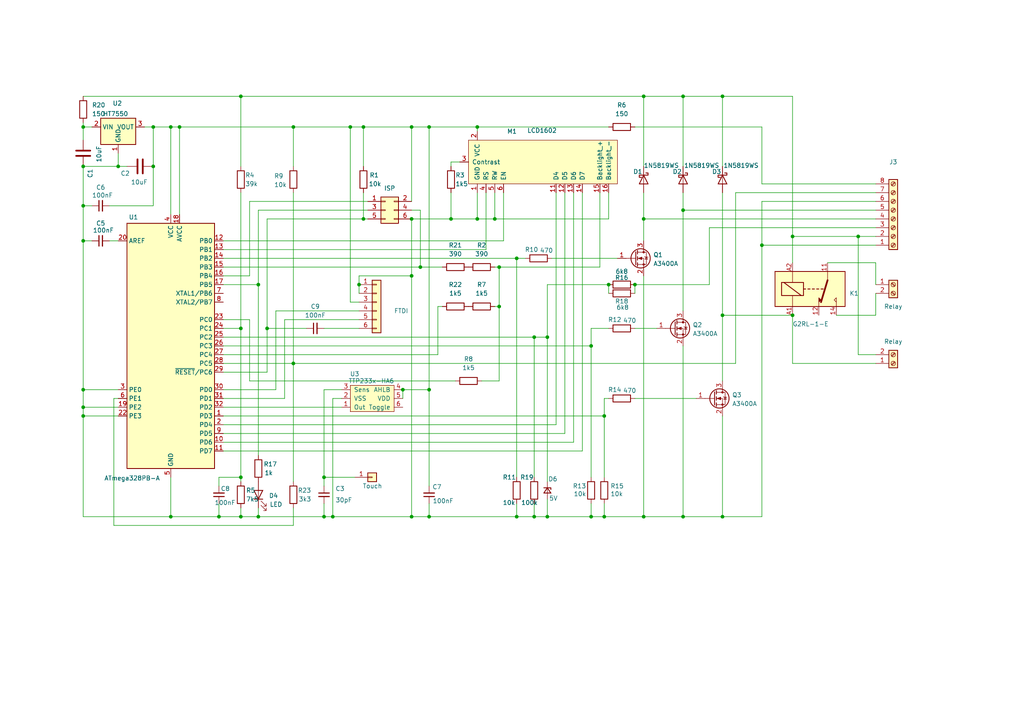
<source format=kicad_sch>
(kicad_sch (version 20231120) (generator "eeschema") (generator_version "8.0")
  (paper "A4")
  (lib_symbols
    (symbol "Connector:Screw_Terminal_01x02" (pin_names (offset 1.016) hide)
      (property "Reference" "J" (at 0 2.54 0))
      (property "Value" "Screw_Terminal_01x02" (at 0 -5.08 0))
      (symbol "Screw_Terminal_01x02_1_1"
        (rectangle (start -1.27 1.27) (end 1.27 -3.81) (stroke (width 0.254)) (fill (type background)))
        (circle (center 0 -2.54) (radius 0.635) (stroke (width 0.1524)))
        (polyline (pts (xy -0.5334 -2.2098) (xy 0.3302 -3.048)) (stroke (width 0.1524)))
        (polyline (pts (xy -0.5334 0.3302) (xy 0.3302 -0.508)) (stroke (width 0.1524)))
        (polyline (pts (xy -0.3556 -2.032) (xy 0.508 -2.8702)) (stroke (width 0.1524)))
        (polyline (pts (xy -0.3556 0.508) (xy 0.508 -0.3302)) (stroke (width 0.1524)))
        (circle (center 0 0) (radius 0.635) (stroke (width 0.1524)))
        (pin passive line (at -5.08 0 0) (length 3.81) (name "Pin_1") (number "1"))
        (pin passive line (at -5.08 -2.54 0) (length 3.81) (name "Pin_2") (number "2"))
      )
    )
    (symbol "Connector:Screw_Terminal_01x08" (pin_names (offset 1.016) hide)
      (property "Reference" "J" (at 0 10.16 0))
      (property "Value" "Screw_Terminal_01x08" (at 0 -12.7 0))
      (symbol "Screw_Terminal_01x08_1_1"
        (rectangle (start -1.27 8.89) (end 1.27 -11.43) (stroke (width 0.254)) (fill (type background)))
        (circle (center 0 -10.16) (radius 0.635) (stroke (width 0.1524)))
        (circle (center 0 -7.62) (radius 0.635) (stroke (width 0.1524)))
        (circle (center 0 -5.08) (radius 0.635) (stroke (width 0.1524)))
        (circle (center 0 -2.54) (radius 0.635) (stroke (width 0.1524)))
        (polyline (pts (xy -0.5334 -9.8298) (xy 0.3302 -10.668)) (stroke (width 0.1524)))
        (polyline (pts (xy -0.5334 -7.2898) (xy 0.3302 -8.128)) (stroke (width 0.1524)))
        (polyline (pts (xy -0.5334 -4.7498) (xy 0.3302 -5.588)) (stroke (width 0.1524)))
        (polyline (pts (xy -0.5334 -2.2098) (xy 0.3302 -3.048)) (stroke (width 0.1524)))
        (polyline (pts (xy -0.5334 0.3302) (xy 0.3302 -0.508)) (stroke (width 0.1524)))
        (polyline (pts (xy -0.5334 2.8702) (xy 0.3302 2.032)) (stroke (width 0.1524)))
        (polyline (pts (xy -0.5334 5.4102) (xy 0.3302 4.572)) (stroke (width 0.1524)))
        (polyline (pts (xy -0.5334 7.9502) (xy 0.3302 7.112)) (stroke (width 0.1524)))
        (polyline (pts (xy -0.3556 -9.652) (xy 0.508 -10.4902)) (stroke (width 0.1524)))
        (polyline (pts (xy -0.3556 -7.112) (xy 0.508 -7.9502)) (stroke (width 0.1524)))
        (polyline (pts (xy -0.3556 -4.572) (xy 0.508 -5.4102)) (stroke (width 0.1524)))
        (polyline (pts (xy -0.3556 -2.032) (xy 0.508 -2.8702)) (stroke (width 0.1524)))
        (polyline (pts (xy -0.3556 0.508) (xy 0.508 -0.3302)) (stroke (width 0.1524)))
        (polyline (pts (xy -0.3556 3.048) (xy 0.508 2.2098)) (stroke (width 0.1524)))
        (polyline (pts (xy -0.3556 5.588) (xy 0.508 4.7498)) (stroke (width 0.1524)))
        (polyline (pts (xy -0.3556 8.128) (xy 0.508 7.2898)) (stroke (width 0.1524)))
        (circle (center 0 0) (radius 0.635) (stroke (width 0.1524)))
        (circle (center 0 2.54) (radius 0.635) (stroke (width 0.1524)))
        (circle (center 0 5.08) (radius 0.635) (stroke (width 0.1524)))
        (circle (center 0 7.62) (radius 0.635) (stroke (width 0.1524)))
        (pin passive line (at -5.08 7.62 0) (length 3.81) (name "Pin_1") (number "1"))
        (pin passive line (at -5.08 5.08 0) (length 3.81) (name "Pin_2") (number "2"))
        (pin passive line (at -5.08 2.54 0) (length 3.81) (name "Pin_3") (number "3"))
        (pin passive line (at -5.08 0 0) (length 3.81) (name "Pin_4") (number "4"))
        (pin passive line (at -5.08 -2.54 0) (length 3.81) (name "Pin_5") (number "5"))
        (pin passive line (at -5.08 -5.08 0) (length 3.81) (name "Pin_6") (number "6"))
        (pin passive line (at -5.08 -7.62 0) (length 3.81) (name "Pin_7") (number "7"))
        (pin passive line (at -5.08 -10.16 0) (length 3.81) (name "Pin_8") (number "8"))
      )
    )
    (symbol "Connector_Generic:Conn_01x01" (pin_names (offset 1.016) hide)
      (property "Reference" "J" (at 0 2.54 0))
      (property "Value" "Conn_01x01" (at 0 -2.54 0))
      (symbol "Conn_01x01_1_1"
        (rectangle (start -1.27 0.127) (end 0 -0.127) (stroke (width 0.1524)))
        (rectangle (start -1.27 1.27) (end 1.27 -1.27) (stroke (width 0.254)) (fill (type background)))
        (pin passive line (at -5.08 0 0) (length 3.81) (name "Pin_1") (number "1"))
      )
    )
    (symbol "Connector_Generic:Conn_01x06" (pin_names (offset 1.016) hide)
      (property "Reference" "J" (at 0 7.62 0))
      (property "Value" "Conn_01x06" (at 0 -10.16 0))
      (symbol "Conn_01x06_1_1"
        (rectangle (start -1.27 -7.493) (end 0 -7.747) (stroke (width 0.1524)))
        (rectangle (start -1.27 -4.953) (end 0 -5.207) (stroke (width 0.1524)))
        (rectangle (start -1.27 -2.413) (end 0 -2.667) (stroke (width 0.1524)))
        (rectangle (start -1.27 0.127) (end 0 -0.127) (stroke (width 0.1524)))
        (rectangle (start -1.27 2.667) (end 0 2.413) (stroke (width 0.1524)))
        (rectangle (start -1.27 5.207) (end 0 4.953) (stroke (width 0.1524)))
        (rectangle (start -1.27 6.35) (end 1.27 -8.89) (stroke (width 0.254)) (fill (type background)))
        (pin passive line (at -5.08 5.08 0) (length 3.81) (name "Pin_1") (number "1"))
        (pin passive line (at -5.08 2.54 0) (length 3.81) (name "Pin_2") (number "2"))
        (pin passive line (at -5.08 0 0) (length 3.81) (name "Pin_3") (number "3"))
        (pin passive line (at -5.08 -2.54 0) (length 3.81) (name "Pin_4") (number "4"))
        (pin passive line (at -5.08 -5.08 0) (length 3.81) (name "Pin_5") (number "5"))
        (pin passive line (at -5.08 -7.62 0) (length 3.81) (name "Pin_6") (number "6"))
      )
    )
    (symbol "Connector_Generic:Conn_02x03_Odd_Even" (pin_names (offset 1.016) hide)
      (property "Reference" "J" (at 1.27 5.08 0))
      (property "Value" "Conn_02x03_Odd_Even" (at 1.27 -5.08 0))
      (symbol "Conn_02x03_Odd_Even_1_1"
        (rectangle (start -1.27 -2.413) (end 0 -2.667) (stroke (width 0.1524)))
        (rectangle (start -1.27 0.127) (end 0 -0.127) (stroke (width 0.1524)))
        (rectangle (start -1.27 2.667) (end 0 2.413) (stroke (width 0.1524)))
        (rectangle (start -1.27 3.81) (end 3.81 -3.81) (stroke (width 0.254)) (fill (type background)))
        (rectangle (start 3.81 -2.413) (end 2.54 -2.667) (stroke (width 0.1524)))
        (rectangle (start 3.81 0.127) (end 2.54 -0.127) (stroke (width 0.1524)))
        (rectangle (start 3.81 2.667) (end 2.54 2.413) (stroke (width 0.1524)))
        (pin passive line (at -5.08 2.54 0) (length 3.81) (name "Pin_1") (number "1"))
        (pin passive line (at 7.62 2.54 180) (length 3.81) (name "Pin_2") (number "2"))
        (pin passive line (at -5.08 0 0) (length 3.81) (name "Pin_3") (number "3"))
        (pin passive line (at 7.62 0 180) (length 3.81) (name "Pin_4") (number "4"))
        (pin passive line (at -5.08 -2.54 0) (length 3.81) (name "Pin_5") (number "5"))
        (pin passive line (at 7.62 -2.54 180) (length 3.81) (name "Pin_6") (number "6"))
      )
    )
    (symbol "Device:C" (pin_numbers hide) (pin_names (offset 0.254))
      (property "Reference" "C" (at 0.635 2.54 0))
      (property "Value" "C" (at 0.635 -2.54 0))
      (symbol "C_0_1"
        (polyline (pts (xy -2.032 -0.762) (xy 2.032 -0.762)) (stroke (width 0.508)))
        (polyline (pts (xy -2.032 0.762) (xy 2.032 0.762)) (stroke (width 0.508)))
      )
      (symbol "C_1_1"
        (pin passive line (at 0 3.81 270) (length 2.794) (name "~") (number "1"))
        (pin passive line (at 0 -3.81 90) (length 2.794) (name "~") (number "2"))
      )
    )
    (symbol "Device:C_Small" (pin_numbers hide) (pin_names (offset 0.254) hide)
      (property "Reference" "C" (at 0.254 1.778 0))
      (property "Value" "C_Small" (at 0.254 -2.032 0))
      (symbol "C_Small_0_1"
        (polyline (pts (xy -1.524 -0.508) (xy 1.524 -0.508)) (stroke (width 0.3302)))
        (polyline (pts (xy -1.524 0.508) (xy 1.524 0.508)) (stroke (width 0.3048)))
      )
      (symbol "C_Small_1_1"
        (pin passive line (at 0 2.54 270) (length 2.032) (name "~") (number "1"))
        (pin passive line (at 0 -2.54 90) (length 2.032) (name "~") (number "2"))
      )
    )
    (symbol "Device:D_Zener_Small" (pin_numbers hide) (pin_names (offset 0.254) hide)
      (property "Reference" "D" (at 0 2.286 0))
      (property "Value" "D_Zener_Small" (at 0 -2.286 0))
      (symbol "D_Zener_Small_0_1"
        (polyline (pts (xy 0.762 0) (xy -0.762 0)))
        (polyline (pts (xy -0.254 1.016) (xy -0.762 1.016) (xy -0.762 -1.016)) (stroke (width 0.254)))
        (polyline (pts (xy 0.762 1.016) (xy -0.762 0) (xy 0.762 -1.016) (xy 0.762 1.016)) (stroke (width 0.254)))
      )
      (symbol "D_Zener_Small_1_1"
        (pin passive line (at -2.54 0 0) (length 1.778) (name "K") (number "1"))
        (pin passive line (at 2.54 0 180) (length 1.778) (name "A") (number "2"))
      )
    )
    (symbol "Device:LED" (pin_numbers hide) (pin_names (offset 1.016) hide)
      (property "Reference" "D" (at 0 2.54 0))
      (property "Value" "LED" (at 0 -2.54 0))
      (symbol "LED_0_1"
        (polyline (pts (xy -1.27 -1.27) (xy -1.27 1.27)) (stroke (width 0.254)))
        (polyline (pts (xy -1.27 0) (xy 1.27 0)))
        (polyline (pts (xy 1.27 -1.27) (xy 1.27 1.27) (xy -1.27 0) (xy 1.27 -1.27)) (stroke (width 0.254)))
        (polyline (pts (xy -3.048 -0.762) (xy -4.572 -2.286) (xy -3.81 -2.286) (xy -4.572 -2.286) (xy -4.572 -1.524)))
        (polyline (pts (xy -1.778 -0.762) (xy -3.302 -2.286) (xy -2.54 -2.286) (xy -3.302 -2.286) (xy -3.302 -1.524)))
      )
      (symbol "LED_1_1"
        (pin passive line (at -3.81 0 0) (length 2.54) (name "K") (number "1"))
        (pin passive line (at 3.81 0 180) (length 2.54) (name "A") (number "2"))
      )
    )
    (symbol "Device:Q_NMOS_GSD" (pin_names (offset 0) hide)
      (property "Reference" "Q" (at 5.08 1.27 0))
      (property "Value" "Q_NMOS_GSD" (at 5.08 -1.27 0))
      (symbol "Q_NMOS_GSD_0_1"
        (polyline (pts (xy 0.254 0) (xy -2.54 0)))
        (polyline (pts (xy 0.254 1.905) (xy 0.254 -1.905)) (stroke (width 0.254)))
        (polyline (pts (xy 0.762 -1.27) (xy 0.762 -2.286)) (stroke (width 0.254)))
        (polyline (pts (xy 0.762 0.508) (xy 0.762 -0.508)) (stroke (width 0.254)))
        (polyline (pts (xy 0.762 2.286) (xy 0.762 1.27)) (stroke (width 0.254)))
        (polyline (pts (xy 2.54 2.54) (xy 2.54 1.778)))
        (polyline (pts (xy 2.54 -2.54) (xy 2.54 0) (xy 0.762 0)))
        (polyline (pts (xy 0.762 -1.778) (xy 3.302 -1.778) (xy 3.302 1.778) (xy 0.762 1.778)))
        (polyline (pts (xy 1.016 0) (xy 2.032 0.381) (xy 2.032 -0.381) (xy 1.016 0)) (fill (type outline)))
        (polyline (pts (xy 2.794 0.508) (xy 2.921 0.381) (xy 3.683 0.381) (xy 3.81 0.254)))
        (polyline (pts (xy 3.302 0.381) (xy 2.921 -0.254) (xy 3.683 -0.254) (xy 3.302 0.381)))
        (circle (center 1.651 0) (radius 2.794) (stroke (width 0.254)))
        (circle (center 2.54 -1.778) (radius 0.254) (fill (type outline)))
        (circle (center 2.54 1.778) (radius 0.254) (fill (type outline)))
      )
      (symbol "Q_NMOS_GSD_1_1"
        (pin input line (at -5.08 0 0) (length 2.54) (name "G") (number "1"))
        (pin passive line (at 2.54 -5.08 90) (length 2.54) (name "S") (number "2"))
        (pin passive line (at 2.54 5.08 270) (length 2.54) (name "D") (number "3"))
      )
    )
    (symbol "Device:R" (pin_numbers hide) (pin_names (offset 0))
      (property "Reference" "R" (at 2.032 0 90))
      (property "Value" "R" (at 0 0 90))
      (symbol "R_0_1"
        (rectangle (start -1.016 -2.54) (end 1.016 2.54) (stroke (width 0.254)))
      )
      (symbol "R_1_1"
        (pin passive line (at 0 3.81 270) (length 1.27) (name "~") (number "1"))
        (pin passive line (at 0 -3.81 90) (length 1.27) (name "~") (number "2"))
      )
    )
    (symbol "Diode:1N5819WS" (pin_numbers hide) (pin_names (offset 1.016) hide)
      (property "Reference" "D" (at 0 2.54 0))
      (property "Value" "1N5819WS" (at 0 -2.54 0))
      (symbol "1N5819WS_0_1"
        (polyline (pts (xy 1.27 0) (xy -1.27 0)))
        (polyline (pts (xy 1.27 1.27) (xy 1.27 -1.27) (xy -1.27 0) (xy 1.27 1.27)) (stroke (width 0.254)))
        (polyline (pts (xy -1.905 0.635) (xy -1.905 1.27) (xy -1.27 1.27) (xy -1.27 -1.27) (xy -0.635 -1.27) (xy -0.635 -0.635)) (stroke (width 0.254)))
      )
      (symbol "1N5819WS_1_1"
        (pin passive line (at -3.81 0 0) (length 2.54) (name "K") (number "1"))
        (pin passive line (at 3.81 0 180) (length 2.54) (name "A") (number "2"))
      )
    )
    (symbol "MCU_Microchip_ATmega:ATmega328PB-A"
      (property "Reference" "U" (at -12.7 36.83 0))
      (property "Value" "ATmega328PB-A" (at 2.54 -36.83 0))
      (symbol "ATmega328PB-A_0_1"
        (rectangle (start -12.7 -35.56) (end 12.7 35.56) (stroke (width 0.254)) (fill (type background)))
      )
      (symbol "ATmega328PB-A_1_1"
        (pin bidirectional line (at 15.24 -20.32 180) (length 2.54) (name "PD3") (number "1"))
        (pin bidirectional line (at 15.24 -27.94 180) (length 2.54) (name "PD6") (number "10"))
        (pin bidirectional line (at 15.24 -30.48 180) (length 2.54) (name "PD7") (number "11"))
        (pin bidirectional line (at 15.24 30.48 180) (length 2.54) (name "PB0") (number "12"))
        (pin bidirectional line (at 15.24 27.94 180) (length 2.54) (name "PB1") (number "13"))
        (pin bidirectional line (at 15.24 25.4 180) (length 2.54) (name "PB2") (number "14"))
        (pin bidirectional line (at 15.24 22.86 180) (length 2.54) (name "PB3") (number "15"))
        (pin bidirectional line (at 15.24 20.32 180) (length 2.54) (name "PB4") (number "16"))
        (pin bidirectional line (at 15.24 17.78 180) (length 2.54) (name "PB5") (number "17"))
        (pin power_in line (at 2.54 38.1 270) (length 2.54) (name "AVCC") (number "18"))
        (pin bidirectional line (at -15.24 -17.78 0) (length 2.54) (name "PE2") (number "19"))
        (pin bidirectional line (at 15.24 -22.86 180) (length 2.54) (name "PD4") (number "2"))
        (pin passive line (at -15.24 30.48 0) (length 2.54) (name "AREF") (number "20"))
        (pin passive line (at 0 -38.1 90) (length 2.54) hide (name "GND") (number "21"))
        (pin bidirectional line (at -15.24 -20.32 0) (length 2.54) (name "PE3") (number "22"))
        (pin bidirectional line (at 15.24 7.62 180) (length 2.54) (name "PC0") (number "23"))
        (pin bidirectional line (at 15.24 5.08 180) (length 2.54) (name "PC1") (number "24"))
        (pin bidirectional line (at 15.24 2.54 180) (length 2.54) (name "PC2") (number "25"))
        (pin bidirectional line (at 15.24 0 180) (length 2.54) (name "PC3") (number "26"))
        (pin bidirectional line (at 15.24 -2.54 180) (length 2.54) (name "PC4") (number "27"))
        (pin bidirectional line (at 15.24 -5.08 180) (length 2.54) (name "PC5") (number "28"))
        (pin bidirectional line (at 15.24 -7.62 180) (length 2.54) (name "~{RESET}/PC6") (number "29"))
        (pin bidirectional line (at -15.24 -12.7 0) (length 2.54) (name "PE0") (number "3"))
        (pin bidirectional line (at 15.24 -12.7 180) (length 2.54) (name "PD0") (number "30"))
        (pin bidirectional line (at 15.24 -15.24 180) (length 2.54) (name "PD1") (number "31"))
        (pin bidirectional line (at 15.24 -17.78 180) (length 2.54) (name "PD2") (number "32"))
        (pin power_in line (at 0 38.1 270) (length 2.54) (name "VCC") (number "4"))
        (pin power_in line (at 0 -38.1 90) (length 2.54) (name "GND") (number "5"))
        (pin bidirectional line (at -15.24 -15.24 0) (length 2.54) (name "PE1") (number "6"))
        (pin bidirectional line (at 15.24 15.24 180) (length 2.54) (name "XTAL1/PB6") (number "7"))
        (pin bidirectional line (at 15.24 12.7 180) (length 2.54) (name "XTAL2/PB7") (number "8"))
        (pin bidirectional line (at 15.24 -25.4 180) (length 2.54) (name "PD5") (number "9"))
      )
    )
    (symbol "Regulator_Linear:HT75xx-1-SOT89"
      (property "Reference" "U" (at -5.08 -3.81 0))
      (property "Value" "HT75xx-1-SOT89" (at 0 6.35 0))
      (symbol "HT75xx-1-SOT89_0_1"
        (rectangle (start -5.08 5.08) (end 5.08 -2.54) (stroke (width 0.254)) (fill (type background)))
      )
      (symbol "HT75xx-1-SOT89_1_1"
        (pin power_in line (at 0 -5.08 90) (length 2.54) (name "GND") (number "1"))
        (pin power_in line (at -7.62 2.54 0) (length 2.54) (name "VIN") (number "2"))
        (pin power_out line (at 7.62 2.54 180) (length 2.54) (name "VOUT") (number "3"))
      )
    )
    (symbol "Relay:G2RL-1-E"
      (property "Reference" "K" (at 11.43 3.81 0))
      (property "Value" "G2RL-1-E" (at 11.43 1.27 0))
      (symbol "G2RL-1-E_0_0"
        (polyline (pts (xy 7.62 5.08) (xy 7.62 2.54) (xy 6.985 3.175) (xy 7.62 3.81)))
      )
      (symbol "G2RL-1-E_0_1"
        (rectangle (start -10.16 5.08) (end 10.16 -5.08) (stroke (width 0.254)) (fill (type background)))
        (rectangle (start -8.255 1.905) (end -1.905 -1.905) (stroke (width 0.254)))
        (polyline (pts (xy -7.62 -1.905) (xy -2.54 1.905)) (stroke (width 0.254)))
        (polyline (pts (xy -5.08 -5.08) (xy -5.08 -1.905)))
        (polyline (pts (xy -5.08 5.08) (xy -5.08 1.905)))
        (polyline (pts (xy -1.905 0) (xy -1.27 0)) (stroke (width 0.254)))
        (polyline (pts (xy -0.635 0) (xy 0 0)) (stroke (width 0.254)))
        (polyline (pts (xy 0.635 0) (xy 1.27 0)) (stroke (width 0.254)))
        (polyline (pts (xy 1.905 0) (xy 2.54 0)) (stroke (width 0.254)))
        (polyline (pts (xy 3.175 0) (xy 3.81 0)) (stroke (width 0.254)))
        (polyline (pts (xy 5.08 -2.54) (xy 3.175 3.81)) (stroke (width 0.508)))
        (polyline (pts (xy 5.08 -2.54) (xy 5.08 -5.08)))
        (polyline (pts (xy 2.54 5.08) (xy 2.54 2.54) (xy 3.175 3.175) (xy 2.54 3.81)) (fill (type outline)))
      )
      (symbol "G2RL-1-E_1_1"
        (pin passive line (at 5.08 -7.62 90) (length 2.54) (name "~") (number "11"))
        (pin passive line (at 2.54 7.62 270) (length 2.54) (name "~") (number "12"))
        (pin passive line (at 7.62 7.62 270) (length 2.54) (name "~") (number "14"))
        (pin passive line (at -5.08 7.62 270) (length 2.54) (name "~") (number "A1"))
        (pin passive line (at -5.08 -7.62 90) (length 2.54) (name "~") (number "A2"))
      )
    )
    (symbol "lcd1602:LCD1602Asp-New_Library" (pin_names (offset 1.016))
      (property "Reference" "M" (at 0 -2.54 0))
      (property "Value" "New_Library_LCD1602Asp" (at 0 0 0))
      (symbol "LCD1602Asp-New_Library_0_1"
        (rectangle (start -24.13 3.81) (end 19.05 -8.89) (fill (type background)))
      )
      (symbol "LCD1602Asp-New_Library_1_1"
        (pin power_in line (at -21.59 -11.43 90) (length 2.54) (name "GND") (number "1"))
        (pin bidirectional line (at 1.27 -11.43 90) (length 2.54) (name "D4") (number "11"))
        (pin bidirectional line (at 3.81 -11.43 90) (length 2.54) (name "D5") (number "12"))
        (pin bidirectional line (at 6.35 -11.43 90) (length 2.54) (name "D6") (number "13"))
        (pin bidirectional line (at 8.89 -11.43 90) (length 2.54) (name "D7") (number "14"))
        (pin input line (at 13.97 -11.43 90) (length 2.54) (name "Backlight_+") (number "15"))
        (pin input line (at 16.51 -11.43 90) (length 2.54) (name "Backlight_-") (number "16"))
        (pin power_in line (at -21.59 6.35 270) (length 2.54) (name "VCC") (number "2"))
        (pin input line (at -26.67 -2.54 0) (length 2.54) (name "Contrast") (number "3"))
        (pin input line (at -19.05 -11.43 90) (length 2.54) (name "RS") (number "4"))
        (pin input line (at -16.51 -11.43 90) (length 2.54) (name "RW") (number "5"))
        (pin input line (at -13.97 -11.43 90) (length 2.54) (name "EN") (number "6"))
      )
    )
    (symbol "tfl_ttp233x-HA6:TTP233x-HA6-New_Library" (pin_names (offset 1.016))
      (property "Reference" "U" (at 0 7.62 0))
      (property "Value" "New_Library_TTP233x-HA6" (at 0 5.08 0))
      (symbol "TTP233x-HA6-New_Library_0_1"
        (polyline (pts (xy -6.35 3.81) (xy -6.35 -3.81) (xy 6.35 -3.81) (xy 6.35 3.81) (xy -6.35 3.81)) (fill (type background)))
      )
      (symbol "TTP233x-HA6-New_Library_1_1"
        (pin output line (at -8.89 2.54 0) (length 2.54) (name "Out") (number "1"))
        (pin power_in line (at -8.89 0 0) (length 2.54) (name "VSS") (number "2"))
        (pin input line (at -8.89 -2.54 0) (length 2.54) (name "Sens") (number "3"))
        (pin input line (at 8.89 -2.54 180) (length 2.54) (name "AHLB") (number "4"))
        (pin power_in line (at 8.89 0 180) (length 2.54) (name "VDD") (number "5"))
        (pin input line (at 8.89 2.54 180) (length 2.54) (name "Toggle") (number "6"))
      )
    )
  )
  (junction (at 44.45 36.83))
  (junction (at 176.53 82.55))
  (junction (at 229.87 68.58))
  (junction (at 124.46 113.03))
  (junction (at 124.46 149.86))
  (junction (at 24.13 118.11))
  (junction (at 220.98 71.12))
  (junction (at 154.94 149.86))
  (junction (at 121.92 77.47))
  (junction (at 24.13 113.03))
  (junction (at 209.55 149.86))
  (junction (at 101.6 36.83))
  (junction (at 209.55 27.94))
  (junction (at 144.78 88.9))
  (junction (at 171.45 100.33))
  (junction (at 119.38 36.83))
  (junction (at 138.43 63.5))
  (junction (at 49.53 149.86))
  (junction (at 105.41 36.83))
  (junction (at 24.13 59.69))
  (junction (at 93.98 149.86))
  (junction (at 171.45 149.86))
  (junction (at 24.13 69.85))
  (junction (at 229.87 91.44))
  (junction (at 93.98 138.43))
  (junction (at 49.53 36.83))
  (junction (at 198.12 149.86))
  (junction (at 52.07 36.83))
  (junction (at 149.86 149.86))
  (junction (at 186.69 149.86))
  (junction (at 186.69 27.94))
  (junction (at 74.93 149.86))
  (junction (at 143.51 63.5))
  (junction (at 24.13 36.83))
  (junction (at 85.09 105.41))
  (junction (at 119.38 149.86))
  (junction (at 198.12 27.94))
  (junction (at 63.5 149.86))
  (junction (at 119.38 63.5))
  (junction (at 96.52 149.86))
  (junction (at 34.29 48.26))
  (junction (at 184.15 82.55))
  (junction (at 149.86 74.93))
  (junction (at 119.38 80.01))
  (junction (at 69.85 95.25))
  (junction (at 69.85 138.43))
  (junction (at 209.55 91.44))
  (junction (at 85.09 36.83))
  (junction (at 154.94 97.79))
  (junction (at 24.13 48.26))
  (junction (at 104.14 82.55))
  (junction (at 130.81 63.5))
  (junction (at 138.43 36.83))
  (junction (at 158.75 149.86))
  (junction (at 77.47 95.25))
  (junction (at 158.75 97.79))
  (junction (at 69.85 149.86))
  (junction (at 124.46 36.83))
  (junction (at 186.69 63.5))
  (junction (at 144.78 77.47))
  (junction (at 24.13 120.65))
  (junction (at 175.26 149.86))
  (junction (at 74.93 82.55))
  (junction (at 248.92 68.58))
  (junction (at 116.84 113.03))
  (junction (at 69.85 27.94))
  (junction (at 198.12 60.96))
  (junction (at 105.41 63.5))
  (junction (at 44.45 48.26))
  (junction (at 175.26 120.65))
  (wire (pts (xy 93.98 138.43) (xy 93.98 140.97)))
  (wire (pts (xy 254 91.44) (xy 242.57 91.44)))
  (wire (pts (xy 72.39 110.49) (xy 132.08 110.49)))
  (wire (pts (xy 229.87 105.41) (xy 229.87 91.44)))
  (wire (pts (xy 64.77 92.71) (xy 72.39 92.71)))
  (wire (pts (xy 116.84 113.03) (xy 124.46 113.03)))
  (wire (pts (xy 64.77 125.73) (xy 163.83 125.73)))
  (wire (pts (xy 24.13 36.83) (xy 26.67 36.83)))
  (wire (pts (xy 184.15 95.25) (xy 190.5 95.25)))
  (wire (pts (xy 171.45 100.33) (xy 171.45 138.43)))
  (wire (pts (xy 119.38 80.01) (xy 119.38 149.86)))
  (wire (pts (xy 119.38 58.42) (xy 119.38 36.83)))
  (wire (pts (xy 69.85 147.32) (xy 69.85 149.86)))
  (wire (pts (xy 254 55.88) (xy 213.36 55.88)))
  (wire (pts (xy 74.93 82.55) (xy 64.77 82.55)))
  (wire (pts (xy 44.45 36.83) (xy 49.53 36.83)))
  (wire (pts (xy 64.77 105.41) (xy 85.09 105.41)))
  (wire (pts (xy 85.09 105.41) (xy 213.36 105.41)))
  (wire (pts (xy 24.13 48.26) (xy 34.29 48.26)))
  (wire (pts (xy 209.55 149.86) (xy 198.12 149.86)))
  (wire (pts (xy 248.92 102.87) (xy 248.92 68.58)))
  (wire (pts (xy 64.77 97.79) (xy 154.94 97.79)))
  (wire (pts (xy 209.55 120.65) (xy 209.55 149.86)))
  (wire (pts (xy 116.84 113.03) (xy 116.84 115.57)))
  (wire (pts (xy 124.46 149.86) (xy 149.86 149.86)))
  (wire (pts (xy 24.13 69.85) (xy 24.13 113.03)))
  (wire (pts (xy 184.15 36.83) (xy 220.98 36.83)))
  (wire (pts (xy 144.78 88.9) (xy 144.78 77.47)))
  (wire (pts (xy 198.12 27.94) (xy 186.69 27.94)))
  (wire (pts (xy 74.93 147.32) (xy 74.93 149.86)))
  (wire (pts (xy 184.15 82.55) (xy 184.15 85.09)))
  (wire (pts (xy 101.6 36.83) (xy 105.41 36.83)))
  (wire (pts (xy 33.02 115.57) (xy 33.02 152.4)))
  (wire (pts (xy 64.77 80.01) (xy 72.39 80.01)))
  (wire (pts (xy 69.85 95.25) (xy 64.77 95.25)))
  (wire (pts (xy 176.53 63.5) (xy 176.53 55.88)))
  (wire (pts (xy 186.69 55.88) (xy 186.69 63.5)))
  (wire (pts (xy 198.12 149.86) (xy 186.69 149.86)))
  (wire (pts (xy 77.47 95.25) (xy 88.9 95.25)))
  (wire (pts (xy 101.6 87.63) (xy 101.6 36.83)))
  (wire (pts (xy 119.38 60.96) (xy 121.92 60.96)))
  (wire (pts (xy 229.87 91.44) (xy 209.55 91.44)))
  (wire (pts (xy 186.69 63.5) (xy 186.69 69.85)))
  (wire (pts (xy 105.41 36.83) (xy 119.38 36.83)))
  (wire (pts (xy 130.81 55.88) (xy 130.81 63.5)))
  (wire (pts (xy 198.12 60.96) (xy 254 60.96)))
  (wire (pts (xy 72.39 92.71) (xy 72.39 110.49)))
  (wire (pts (xy 80.01 113.03) (xy 80.01 90.17)))
  (wire (pts (xy 24.13 149.86) (xy 49.53 149.86)))
  (wire (pts (xy 220.98 58.42) (xy 220.98 71.12)))
  (wire (pts (xy 240.03 76.2) (xy 254 76.2)))
  (wire (pts (xy 158.75 97.79) (xy 158.75 82.55)))
  (wire (pts (xy 64.77 77.47) (xy 121.92 77.47)))
  (wire (pts (xy 175.26 120.65) (xy 175.26 138.43)))
  (wire (pts (xy 209.55 149.86) (xy 220.98 149.86)))
  (wire (pts (xy 64.77 107.95) (xy 77.47 107.95)))
  (wire (pts (xy 104.14 82.55) (xy 104.14 80.01)))
  (wire (pts (xy 85.09 48.26) (xy 85.09 36.83)))
  (wire (pts (xy 119.38 63.5) (xy 119.38 80.01)))
  (wire (pts (xy 138.43 36.83) (xy 138.43 38.1)))
  (wire (pts (xy 52.07 36.83) (xy 85.09 36.83)))
  (wire (pts (xy 209.55 91.44) (xy 209.55 110.49)))
  (wire (pts (xy 74.93 149.86) (xy 93.98 149.86)))
  (wire (pts (xy 133.35 46.99) (xy 130.81 46.99)))
  (wire (pts (xy 209.55 27.94) (xy 198.12 27.94)))
  (wire (pts (xy 49.53 149.86) (xy 49.53 138.43)))
  (wire (pts (xy 209.55 48.26) (xy 209.55 27.94)))
  (wire (pts (xy 24.13 69.85) (xy 26.67 69.85)))
  (wire (pts (xy 49.53 149.86) (xy 63.5 149.86)))
  (wire (pts (xy 124.46 36.83) (xy 138.43 36.83)))
  (wire (pts (xy 154.94 97.79) (xy 158.75 97.79)))
  (wire (pts (xy 144.78 88.9) (xy 144.78 110.49)))
  (wire (pts (xy 34.29 48.26) (xy 36.83 48.26)))
  (wire (pts (xy 24.13 118.11) (xy 24.13 120.65)))
  (wire (pts (xy 154.94 97.79) (xy 154.94 138.43)))
  (wire (pts (xy 254 102.87) (xy 248.92 102.87)))
  (wire (pts (xy 24.13 40.64) (xy 24.13 36.83)))
  (wire (pts (xy 104.14 82.55) (xy 104.14 85.09)))
  (wire (pts (xy 69.85 55.88) (xy 69.85 95.25)))
  (wire (pts (xy 24.13 59.69) (xy 26.67 59.69)))
  (wire (pts (xy 119.38 149.86) (xy 124.46 149.86)))
  (wire (pts (xy 64.77 113.03) (xy 80.01 113.03)))
  (wire (pts (xy 144.78 77.47) (xy 173.99 77.47)))
  (wire (pts (xy 220.98 36.83) (xy 220.98 53.34)))
  (wire (pts (xy 171.45 95.25) (xy 171.45 100.33)))
  (wire (pts (xy 149.86 74.93) (xy 149.86 138.43)))
  (wire (pts (xy 63.5 140.97) (xy 63.5 138.43)))
  (wire (pts (xy 104.14 87.63) (xy 101.6 87.63)))
  (wire (pts (xy 127 88.9) (xy 128.27 88.9)))
  (wire (pts (xy 69.85 27.94) (xy 69.85 48.26)))
  (wire (pts (xy 24.13 27.94) (xy 69.85 27.94)))
  (wire (pts (xy 209.55 55.88) (xy 209.55 91.44)))
  (wire (pts (xy 168.91 130.81) (xy 168.91 55.88)))
  (wire (pts (xy 74.93 82.55) (xy 74.93 132.08)))
  (wire (pts (xy 176.53 82.55) (xy 176.53 85.09)))
  (wire (pts (xy 171.45 149.86) (xy 158.75 149.86)))
  (wire (pts (xy 64.77 72.39) (xy 140.97 72.39)))
  (wire (pts (xy 124.46 36.83) (xy 124.46 113.03)))
  (wire (pts (xy 213.36 105.41) (xy 213.36 55.88)))
  (wire (pts (xy 82.55 115.57) (xy 82.55 92.71)))
  (wire (pts (xy 64.77 115.57) (xy 82.55 115.57)))
  (wire (pts (xy 82.55 92.71) (xy 104.14 92.71)))
  (wire (pts (xy 254 66.04) (xy 205.74 66.04)))
  (wire (pts (xy 124.46 146.05) (xy 124.46 149.86)))
  (wire (pts (xy 85.09 36.83) (xy 101.6 36.83)))
  (wire (pts (xy 64.77 130.81) (xy 168.91 130.81)))
  (wire (pts (xy 63.5 138.43) (xy 69.85 138.43)))
  (wire (pts (xy 154.94 149.86) (xy 149.86 149.86)))
  (wire (pts (xy 69.85 149.86) (xy 74.93 149.86)))
  (wire (pts (xy 166.37 128.27) (xy 166.37 55.88)))
  (wire (pts (xy 119.38 36.83) (xy 124.46 36.83)))
  (wire (pts (xy 24.13 59.69) (xy 24.13 69.85)))
  (wire (pts (xy 52.07 36.83) (xy 52.07 62.23)))
  (wire (pts (xy 127 88.9) (xy 127 102.87)))
  (wire (pts (xy 175.26 115.57) (xy 175.26 120.65)))
  (wire (pts (xy 63.5 146.05) (xy 63.5 149.86)))
  (wire (pts (xy 154.94 146.05) (xy 154.94 149.86)))
  (wire (pts (xy 64.77 120.65) (xy 175.26 120.65)))
  (wire (pts (xy 149.86 74.93) (xy 152.4 74.93)))
  (wire (pts (xy 69.85 27.94) (xy 186.69 27.94)))
  (wire (pts (xy 198.12 48.26) (xy 198.12 27.94)))
  (wire (pts (xy 121.92 60.96) (xy 121.92 77.47)))
  (wire (pts (xy 158.75 144.78) (xy 158.75 149.86)))
  (wire (pts (xy 124.46 113.03) (xy 124.46 140.97)))
  (wire (pts (xy 198.12 60.96) (xy 198.12 90.17)))
  (wire (pts (xy 186.69 80.01) (xy 186.69 149.86)))
  (wire (pts (xy 229.87 68.58) (xy 229.87 27.94)))
  (wire (pts (xy 33.02 152.4) (xy 85.09 152.4)))
  (wire (pts (xy 34.29 44.45) (xy 34.29 48.26)))
  (wire (pts (xy 143.51 55.88) (xy 143.51 63.5)))
  (wire (pts (xy 24.13 113.03) (xy 34.29 113.03)))
  (wire (pts (xy 24.13 120.65) (xy 34.29 120.65)))
  (wire (pts (xy 24.13 113.03) (xy 24.13 118.11)))
  (wire (pts (xy 93.98 149.86) (xy 96.52 149.86)))
  (wire (pts (xy 254 76.2) (xy 254 82.55)))
  (wire (pts (xy 198.12 55.88) (xy 198.12 60.96)))
  (wire (pts (xy 175.26 149.86) (xy 171.45 149.86)))
  (wire (pts (xy 173.99 55.88) (xy 173.99 77.47)))
  (wire (pts (xy 24.13 48.26) (xy 24.13 59.69)))
  (wire (pts (xy 254 105.41) (xy 229.87 105.41)))
  (wire (pts (xy 34.29 115.57) (xy 33.02 115.57)))
  (wire (pts (xy 96.52 149.86) (xy 119.38 149.86)))
  (wire (pts (xy 85.09 147.32) (xy 85.09 152.4)))
  (wire (pts (xy 175.26 146.05) (xy 175.26 149.86)))
  (wire (pts (xy 77.47 95.25) (xy 77.47 107.95)))
  (wire (pts (xy 149.86 146.05) (xy 149.86 149.86)))
  (wire (pts (xy 93.98 113.03) (xy 99.06 113.03)))
  (wire (pts (xy 44.45 48.26) (xy 44.45 59.69)))
  (wire (pts (xy 176.53 36.83) (xy 138.43 36.83)))
  (wire (pts (xy 106.68 60.96) (xy 74.93 60.96)))
  (wire (pts (xy 121.92 77.47) (xy 128.27 77.47)))
  (wire (pts (xy 106.68 63.5) (xy 105.41 63.5)))
  (wire (pts (xy 175.26 115.57) (xy 176.53 115.57)))
  (wire (pts (xy 64.77 123.19) (xy 161.29 123.19)))
  (wire (pts (xy 96.52 115.57) (xy 96.52 149.86)))
  (wire (pts (xy 163.83 125.73) (xy 163.83 55.88)))
  (wire (pts (xy 93.98 146.05) (xy 93.98 149.86)))
  (wire (pts (xy 69.85 95.25) (xy 69.85 138.43)))
  (wire (pts (xy 171.45 146.05) (xy 171.45 149.86)))
  (wire (pts (xy 184.15 115.57) (xy 201.93 115.57)))
  (wire (pts (xy 186.69 63.5) (xy 254 63.5)))
  (wire (pts (xy 72.39 58.42) (xy 106.68 58.42)))
  (wire (pts (xy 24.13 35.56) (xy 24.13 36.83)))
  (wire (pts (xy 119.38 63.5) (xy 130.81 63.5)))
  (wire (pts (xy 49.53 36.83) (xy 52.07 36.83)))
  (wire (pts (xy 24.13 118.11) (xy 34.29 118.11)))
  (wire (pts (xy 31.75 59.69) (xy 44.45 59.69)))
  (wire (pts (xy 220.98 71.12) (xy 220.98 149.86)))
  (wire (pts (xy 209.55 27.94) (xy 229.87 27.94)))
  (wire (pts (xy 171.45 95.25) (xy 176.53 95.25)))
  (wire (pts (xy 158.75 149.86) (xy 154.94 149.86)))
  (wire (pts (xy 104.14 80.01) (xy 119.38 80.01)))
  (wire (pts (xy 85.09 105.41) (xy 85.09 139.7)))
  (wire (pts (xy 85.09 55.88) (xy 85.09 105.41)))
  (wire (pts (xy 229.87 76.2) (xy 229.87 68.58)))
  (wire (pts (xy 77.47 63.5) (xy 77.47 95.25)))
  (wire (pts (xy 158.75 82.55) (xy 176.53 82.55)))
  (wire (pts (xy 64.77 118.11) (xy 99.06 118.11)))
  (wire (pts (xy 254 58.42) (xy 220.98 58.42)))
  (wire (pts (xy 138.43 63.5) (xy 143.51 63.5)))
  (wire (pts (xy 49.53 36.83) (xy 49.53 62.23)))
  (wire (pts (xy 105.41 36.83) (xy 105.41 48.26)))
  (wire (pts (xy 80.01 90.17) (xy 104.14 90.17)))
  (wire (pts (xy 74.93 60.96) (xy 74.93 82.55)))
  (wire (pts (xy 254 85.09) (xy 254 91.44)))
  (wire (pts (xy 143.51 63.5) (xy 176.53 63.5)))
  (wire (pts (xy 205.74 66.04) (xy 205.74 82.55)))
  (wire (pts (xy 160.02 74.93) (xy 179.07 74.93)))
  (wire (pts (xy 44.45 36.83) (xy 41.91 36.83)))
  (wire (pts (xy 143.51 88.9) (xy 144.78 88.9)))
  (wire (pts (xy 31.75 69.85) (xy 34.29 69.85)))
  (wire (pts (xy 130.81 46.99) (xy 130.81 48.26)))
  (wire (pts (xy 186.69 149.86) (xy 175.26 149.86)))
  (wire (pts (xy 44.45 36.83) (xy 44.45 48.26)))
  (wire (pts (xy 248.92 68.58) (xy 254 68.58)))
  (wire (pts (xy 99.06 115.57) (xy 96.52 115.57)))
  (wire (pts (xy 140.97 72.39) (xy 140.97 55.88)))
  (wire (pts (xy 130.81 63.5) (xy 138.43 63.5)))
  (wire (pts (xy 64.77 74.93) (xy 149.86 74.93)))
  (wire (pts (xy 64.77 69.85) (xy 146.05 69.85)))
  (wire (pts (xy 146.05 69.85) (xy 146.05 55.88)))
  (wire (pts (xy 69.85 138.43) (xy 69.85 139.7)))
  (wire (pts (xy 186.69 48.26) (xy 186.69 27.94)))
  (wire (pts (xy 72.39 58.42) (xy 72.39 80.01)))
  (wire (pts (xy 158.75 97.79) (xy 158.75 139.7)))
  (wire (pts (xy 161.29 55.88) (xy 161.29 123.19)))
  (wire (pts (xy 138.43 55.88) (xy 138.43 63.5)))
  (wire (pts (xy 254 53.34) (xy 220.98 53.34)))
  (wire (pts (xy 143.51 77.47) (xy 144.78 77.47)))
  (wire (pts (xy 220.98 71.12) (xy 254 71.12)))
  (wire (pts (xy 63.5 149.86) (xy 69.85 149.86)))
  (wire (pts (xy 198.12 100.33) (xy 198.12 149.86)))
  (wire (pts (xy 139.7 110.49) (xy 144.78 110.49)))
  (wire (pts (xy 93.98 95.25) (xy 104.14 95.25)))
  (wire (pts (xy 184.15 82.55) (xy 205.74 82.55)))
  (wire (pts (xy 64.77 128.27) (xy 166.37 128.27)))
  (wire (pts (xy 229.87 68.58) (xy 248.92 68.58)))
  (wire (pts (xy 77.47 63.5) (xy 105.41 63.5)))
  (wire (pts (xy 64.77 102.87) (xy 127 102.87)))
  (wire (pts (xy 93.98 113.03) (xy 93.98 138.43)))
  (wire (pts (xy 24.13 120.65) (xy 24.13 149.86)))
  (wire (pts (xy 64.77 100.33) (xy 171.45 100.33)))
  (wire (pts (xy 93.98 138.43) (xy 102.87 138.43)))
  (wire (pts (xy 105.41 55.88) (xy 105.41 63.5)))
  (symbol (lib_id "Device:C") (at 40.64 48.26 90) (unit 1)
    (property "Reference" "C2" (at 36.322 50.292 90))
    (property "Value" "10uF" (at 40.386 52.832 90))
    (property "Footprint" "Capacitor_SMD:C_0603_1608Metric" (effects (hide yes)))
    (property "Description" "Unpolarized capacitor" (effects (hide yes)))
    (property "LCSC" "C19702" (effects (hide yes)))
  )
  (symbol (lib_id "Connector:Screw_Terminal_01x02") (at 259.08 82.55 0) (unit 1) (in_bom no)
    (property "Reference" "J4" (effects (hide yes)))
    (property "Value" "Relay" (at 259.08 88.9 0))
    (property "Footprint" "TerminalBlock_Phoenix:TerminalBlock_Phoenix_MKDS-1,5-2_1x02_P5.00mm_Horizontal" (effects (hide yes)))
    (property "Description" "Generic screw terminal, single row, 01x02, script generated (kicad-library-utils/schlib/autogen/connector/)" (effects (hide yes)))
  )
  (symbol (lib_id "Regulator_Linear:HT75xx-1-SOT89") (at 34.29 39.37 0) (unit 1)
    (property "Reference" "U2" (at 34.036 29.972 0))
    (property "Value" "HT7550" (at 33.528 33.02 0))
    (property "Footprint" "Package_TO_SOT_SMD:SOT-89-3" (effects (hide yes)))
    (property "Datasheet" "https://www.holtek.com/documents/10179/116711/HT75xx-1v250.pdf" (effects (hide yes)))
    (property "Description" "100mA Low Dropout Voltage Regulator, Fixed Output, SOT89" (effects (hide yes)))
    (property "LCSC" "C16106" (effects (hide yes)))
  )
  (symbol (lib_id "Device:R") (at 156.21 74.93 90) (unit 1)
    (property "Reference" "R10" (at 154.178 72.39 90))
    (property "Value" "470" (at 158.496 72.644 90))
    (property "Footprint" "Resistor_SMD:R_0603_1608Metric" (effects (hide yes)))
    (property "Description" "Resistor" (effects (hide yes)))
    (property "LCSC" "C23179" (effects (hide yes)))
  )
  (symbol (lib_id "Diode:1N5819WS") (at 209.55 52.07 270) (unit 1)
    (property "Reference" "D3" (at 206.502 49.784 90) (effects (justify left)))
    (property "Value" "1N5819WS" (at 209.804 48.006 90) (effects (justify left)))
    (property "Footprint" "Diode_SMD:D_SOD-323" (effects (hide yes)))
    (property "Datasheet" "https://datasheet.lcsc.com/lcsc/2204281430_Guangdong-Hottech-1N5819WS_C191023.pdf" (effects (hide yes)))
    (property "Description" "40V 600mV@1A 1A SOD-323 Schottky Barrier Diodes, SOD-323" (effects (hide yes)))
    (property "LCSC" "C191023" (effects (hide yes)))
  )
  (symbol (lib_id "Device:R") (at 69.85 143.51 0) (unit 1)
    (property "Reference" "R5" (at 71.374 142.24 0) (effects (justify left)))
    (property "Value" "7k5" (at 71.374 144.78 0) (effects (justify left)))
    (property "Footprint" "Resistor_SMD:R_0603_1608Metric" (effects (hide yes)))
    (property "Description" "Resistor" (effects (hide yes)))
    (property "LCSC" "C23234" (effects (hide yes)))
  )
  (symbol (lib_id "Device:R") (at 154.94 142.24 0) (unit 1)
    (property "Reference" "R19" (at 150.876 138.43 0) (effects (justify left)))
    (property "Value" "100k" (at 151.13 145.796 0) (effects (justify left)))
    (property "Footprint" "Resistor_SMD:R_0603_1608Metric" (effects (hide yes)))
    (property "Description" "Resistor" (effects (hide yes)))
    (property "LCSC" "C25803" (effects (hide yes)))
  )
  (symbol (lib_id "Device:LED") (at 74.93 143.51 90) (unit 1) (in_bom no)
    (property "Reference" "D4" (at 77.978 143.764 90) (effects (justify right)))
    (property "Value" "LED" (at 78.232 146.304 90) (effects (justify right)))
    (property "Footprint" "LED_THT:LED_D3.0mm" (effects (hide yes)))
    (property "Description" "Light emitting diode" (effects (hide yes)))
  )
  (symbol (lib_id "Device:R") (at 171.45 142.24 0) (unit 1)
    (property "Reference" "R13" (at 166.116 140.97 0) (effects (justify left)))
    (property "Value" "10k" (at 166.37 143.256 0) (effects (justify left)))
    (property "Footprint" "Resistor_SMD:R_0603_1608Metric" (effects (hide yes)))
    (property "Description" "Resistor" (effects (hide yes)))
    (property "LCSC" "C25804" (effects (hide yes)))
  )
  (symbol (lib_id "Device:C_Small") (at 93.98 143.51 0) (unit 1)
    (property "Reference" "C3" (at 97.282 141.732 0) (effects (justify left)))
    (property "Value" "30pF" (at 97.282 145.034 0) (effects (justify left)))
    (property "Footprint" "Capacitor_SMD:C_0603_1608Metric" (effects (hide yes)))
    (property "Description" "Unpolarized capacitor, small symbol" (effects (hide yes)))
    (property "LCSC" "C1658" (effects (hide yes)))
  )
  (symbol (lib_id "Connector_Generic:Conn_02x03_Odd_Even") (at 111.76 60.96 0) (unit 1) (in_bom no)
    (property "Reference" "J1" (effects (hide yes)))
    (property "Value" "ISP" (at 113.03 54.61 0))
    (property "Footprint" "Connector_PinHeader_2.54mm:PinHeader_2x03_P2.54mm_Vertical" (effects (hide yes)))
    (property "Description" "Generic connector, double row, 02x03, odd/even pin numbering scheme (row 1 odd numbers, row 2 even numbers), script generated (kicad-library-utils/schlib/autogen/connector/)" (effects (hide yes)))
  )
  (symbol (lib_id "Device:R") (at 24.13 31.75 180) (unit 1)
    (property "Reference" "R20" (at 26.67 30.4799 0) (effects (justify right)))
    (property "Value" "150" (at 26.67 33.0199 0) (effects (justify right)))
    (property "Footprint" "Resistor_SMD:R_0805_2012Metric" (effects (hide yes)))
    (property "Description" "Resistor" (effects (hide yes)))
    (property "LCSC" "C17471" (effects (hide yes)))
  )
  (symbol (lib_id "Diode:1N5819WS") (at 186.69 52.07 270) (unit 1)
    (property "Reference" "D1" (at 183.642 49.784 90) (effects (justify left)))
    (property "Value" "1N5819WS" (at 186.69 48.006 90) (effects (justify left)))
    (property "Footprint" "Diode_SMD:D_SOD-323" (effects (hide yes)))
    (property "Datasheet" "https://datasheet.lcsc.com/lcsc/2204281430_Guangdong-Hottech-1N5819WS_C191023.pdf" (effects (hide yes)))
    (property "Description" "40V 600mV@1A 1A SOD-323 Schottky Barrier Diodes, SOD-323" (effects (hide yes)))
    (property "LCSC" "C191023" (effects (hide yes)))
  )
  (symbol (lib_id "Connector:Screw_Terminal_01x02") (at 259.08 105.41 0) (mirror x) (unit 1) (in_bom no)
    (property "Reference" "J6" (effects (hide yes)))
    (property "Value" "Relay" (at 259.08 99.06 0))
    (property "Footprint" "TerminalBlock_Phoenix:TerminalBlock_Phoenix_MKDS-1,5-2_1x02_P5.00mm_Horizontal" (effects (hide yes)))
    (property "Description" "Generic screw terminal, single row, 01x02, script generated (kicad-library-utils/schlib/autogen/connector/)" (effects (hide yes)))
  )
  (symbol (lib_id "Device:R") (at 149.86 142.24 0) (unit 1)
    (property "Reference" "R11" (at 145.796 138.43 0) (effects (justify left)))
    (property "Value" "10k" (at 145.796 145.796 0) (effects (justify left)))
    (property "Footprint" "Resistor_SMD:R_0603_1608Metric" (effects (hide yes)))
    (property "Description" "Resistor" (effects (hide yes)))
    (property "LCSC" "C25804" (effects (hide yes)))
  )
  (symbol (lib_id "Device:C_Small") (at 29.21 69.85 90) (unit 1)
    (property "Reference" "C5" (at 29.21 64.77 90))
    (property "Value" "100nF" (at 29.972 66.802 90))
    (property "Footprint" "Capacitor_SMD:C_0603_1608Metric" (effects (hide yes)))
    (property "Description" "Unpolarized capacitor, small symbol" (effects (hide yes)))
    (property "LCSC" "C14663" (effects (hide yes)))
  )
  (symbol (lib_id "Relay:G2RL-1-E") (at 234.95 83.82 0) (mirror x) (unit 1) (in_bom no)
    (property "Reference" "K1" (at 246.38 85.0901 0) (effects (justify left)))
    (property "Value" "G2RL-1-E" (at 229.87 93.98 0) (effects (justify left)))
    (property "Footprint" "Relay_THT:Relay_SPDT_Omron_G2RL-1-E" (effects (hide yes)))
    (property "Datasheet" "https://omronfs.omron.com/en_US/ecb/products/pdf/en-g2rl.pdf" (effects (hide yes)))
    (property "Description" "General Purpose Low Profile Relay SPDT Through Hole High Capacity, Omron G2RL series, 16A 250VAC" (effects (hide yes)))
  )
  (symbol (lib_id "Device:R") (at 74.93 135.89 0) (unit 1)
    (property "Reference" "R17" (at 76.454 134.62 0) (effects (justify left)))
    (property "Value" "1k" (at 76.708 137.16 0) (effects (justify left)))
    (property "Footprint" "Resistor_SMD:R_0603_1608Metric" (effects (hide yes)))
    (property "Description" "Resistor" (effects (hide yes)))
    (property "LCSC" "C21190" (effects (hide yes)))
  )
  (symbol (lib_id "Device:C") (at 24.13 44.45 180) (unit 1)
    (property "Reference" "C1" (at 26.162 50.292 90))
    (property "Value" "10uF" (at 28.702 44.704 90))
    (property "Footprint" "Capacitor_SMD:C_0805_2012Metric" (effects (hide yes)))
    (property "Description" "Unpolarized capacitor" (effects (hide yes)))
    (property "LCSC" "C440198" (effects (hide yes)))
  )
  (symbol (lib_id "Device:R") (at 180.34 82.55 90) (unit 1)
    (property "Reference" "R16" (at 180.34 80.518 90))
    (property "Value" "6k8" (at 180.34 78.74 90))
    (property "Footprint" "Resistor_SMD:R_0603_1608Metric" (effects (hide yes)))
    (property "Description" "Resistor" (effects (hide yes)))
    (property "LCSC" "C23212" (effects (hide yes)))
  )
  (symbol (lib_id "Device:R") (at 180.34 85.09 90) (unit 1)
    (property "Reference" "R18" (at 180.34 87.376 90))
    (property "Value" "6k8" (at 180.594 89.154 90))
    (property "Footprint" "Resistor_SMD:R_0603_1608Metric" (effects (hide yes)))
    (property "Description" "Resistor" (effects (hide yes)))
    (property "LCSC" "C23212" (effects (hide yes)))
  )
  (symbol (lib_id "Device:R") (at 139.7 77.47 270) (unit 1)
    (property "Reference" "R2" (at 139.7 71.12 90))
    (property "Value" "390" (at 139.7 73.66 90))
    (property "Footprint" "Resistor_SMD:R_0603_1608Metric" (effects (hide yes)))
    (property "Description" "Resistor" (effects (hide yes)))
    (property "LCSC" "C23151" (effects (hide yes)))
  )
  (symbol (lib_id "Device:D_Zener_Small") (at 158.75 142.24 270) (unit 1)
    (property "Reference" "D6" (at 159.004 138.938 90) (effects (justify left)))
    (property "Value" "5V" (at 159.258 144.526 90) (effects (justify left)))
    (property "Footprint" "Diode_SMD:D_SOD-123" (effects (hide yes)))
    (property "Description" "Zener diode, small symbol" (effects (hide yes)))
    (property "LCSC" "C2759896" (effects (hide yes)))
  )
  (symbol (lib_id "Device:R") (at 180.34 95.25 90) (unit 1)
    (property "Reference" "R12" (at 178.308 92.71 90))
    (property "Value" "470" (at 182.626 92.964 90))
    (property "Footprint" "Resistor_SMD:R_0603_1608Metric" (effects (hide yes)))
    (property "Description" "Resistor" (effects (hide yes)))
    (property "LCSC" "C23179" (effects (hide yes)))
  )
  (symbol (lib_id "tfl_ttp233x-HA6:TTP233x-HA6-New_Library") (at 107.95 115.57 0) (mirror x) (unit 1)
    (property "Reference" "U3" (at 102.87 108.458 0))
    (property "Value" "TTP233x-HA6" (at 107.696 110.49 0))
    (property "Footprint" "Package_TO_SOT_SMD:SOT-23-6" (effects (hide yes)))
    (property "LCSC" "C2835626" (effects (hide yes)))
  )
  (symbol (lib_id "Device:Q_NMOS_GSD") (at 184.15 74.93 0) (unit 1)
    (property "Reference" "Q1" (at 189.484 73.914 0) (effects (justify left)))
    (property "Value" "A3400A" (at 189.484 76.454 0) (effects (justify left)))
    (property "Footprint" "Package_TO_SOT_SMD:SOT-23" (effects (hide yes)))
    (property "Description" "C20917" (effects (hide yes)))
    (property "LCSC" "C20917" (effects (hide yes)))
  )
  (symbol (lib_id "Device:R") (at 132.08 77.47 270) (unit 1)
    (property "Reference" "R21" (at 132.08 71.12 90))
    (property "Value" "390" (at 132.08 73.66 90))
    (property "Footprint" "Resistor_SMD:R_0603_1608Metric" (effects (hide yes)))
    (property "Description" "Resistor" (effects (hide yes)))
    (property "LCSC" "C23151" (effects (hide yes)))
  )
  (symbol (lib_id "Device:R") (at 180.34 36.83 270) (unit 1)
    (property "Reference" "R6" (at 180.34 30.48 90))
    (property "Value" "150" (at 180.34 33.02 90))
    (property "Footprint" "Resistor_SMD:R_0805_2012Metric" (effects (hide yes)))
    (property "Description" "Resistor" (effects (hide yes)))
    (property "LCSC" "C17471" (effects (hide yes)))
  )
  (symbol (lib_id "Device:C_Small") (at 91.44 95.25 90) (unit 1)
    (property "Reference" "C9" (at 91.4463 88.9 90))
    (property "Value" "100nF" (at 91.4463 91.44 90))
    (property "Footprint" "Capacitor_SMD:C_0603_1608Metric" (effects (hide yes)))
    (property "Description" "Unpolarized capacitor, small symbol" (effects (hide yes)))
    (property "LCSC" "C14663" (effects (hide yes)))
  )
  (symbol (lib_id "Device:R") (at 135.89 110.49 270) (unit 1)
    (property "Reference" "R8" (at 135.89 104.14 90))
    (property "Value" "1k5" (at 135.89 106.68 90))
    (property "Footprint" "Resistor_SMD:R_0603_1608Metric" (effects (hide yes)))
    (property "Description" "Resistor" (effects (hide yes)))
    (property "LCSC" "C22843" (effects (hide yes)))
  )
  (symbol (lib_id "Device:R") (at 132.08 88.9 270) (unit 1)
    (property "Reference" "R22" (at 132.08 82.55 90))
    (property "Value" "1k5" (at 132.08 85.09 90))
    (property "Footprint" "Resistor_SMD:R_0603_1608Metric" (effects (hide yes)))
    (property "Description" "Resistor" (effects (hide yes)))
    (property "LCSC" "C22843" (effects (hide yes)))
  )
  (symbol (lib_id "Device:R") (at 85.09 52.07 0) (unit 1)
    (property "Reference" "R9" (at 79.502 51.054 0) (effects (justify left)))
    (property "Value" "10k" (at 79.502 53.594 0) (effects (justify left)))
    (property "Footprint" "Resistor_SMD:R_0603_1608Metric" (effects (hide yes)))
    (property "Description" "Resistor" (effects (hide yes)))
    (property "LCSC" "C25804" (effects (hide yes)))
  )
  (symbol (lib_id "Device:R") (at 69.85 52.07 0) (unit 1)
    (property "Reference" "R4" (at 71.12 50.8 0) (effects (justify left)))
    (property "Value" "39k" (at 71.12 53.34 0) (effects (justify left)))
    (property "Footprint" "Resistor_SMD:R_0603_1608Metric" (effects (hide yes)))
    (property "Description" "Resistor" (effects (hide yes)))
    (property "LCSC" "C23153" (effects (hide yes)))
  )
  (symbol (lib_id "Device:R") (at 175.26 142.24 0) (unit 1)
    (property "Reference" "R15" (at 177.038 140.97 0) (effects (justify left)))
    (property "Value" "10k" (at 177.038 143.256 0) (effects (justify left)))
    (property "Footprint" "Resistor_SMD:R_0603_1608Metric" (effects (hide yes)))
    (property "Description" "Resistor" (effects (hide yes)))
    (property "LCSC" "C25804" (effects (hide yes)))
  )
  (symbol (lib_id "Device:R") (at 180.34 115.57 90) (unit 1)
    (property "Reference" "R14" (at 178.308 113.03 90))
    (property "Value" "470" (at 182.626 113.284 90))
    (property "Footprint" "Resistor_SMD:R_0603_1608Metric" (effects (hide yes)))
    (property "Description" "Resistor" (effects (hide yes)))
    (property "LCSC" "C23179" (effects (hide yes)))
  )
  (symbol (lib_id "Device:C_Small") (at 29.21 59.69 90) (unit 1)
    (property "Reference" "C6" (at 29.21 54.356 90))
    (property "Value" "100nF" (at 29.718 56.642 90))
    (property "Footprint" "Capacitor_SMD:C_0603_1608Metric" (effects (hide yes)))
    (property "Description" "Unpolarized capacitor, small symbol" (effects (hide yes)))
    (property "LCSC" "C14663" (effects (hide yes)))
  )
  (symbol (lib_id "Device:C_Small") (at 63.5 143.51 180) (unit 1)
    (property "Reference" "C8" (at 64.008 141.732 0) (effects (justify right)))
    (property "Value" "100nF" (at 62.23 145.796 0) (effects (justify right)))
    (property "Footprint" "Capacitor_SMD:C_0603_1608Metric" (effects (hide yes)))
    (property "Description" "Unpolarized capacitor, small symbol" (effects (hide yes)))
    (property "LCSC" "C14663" (effects (hide yes)))
  )
  (symbol (lib_id "Device:Q_NMOS_GSD") (at 207.01 115.57 0) (unit 1)
    (property "Reference" "Q3" (at 212.344 114.554 0) (effects (justify left)))
    (property "Value" "A3400A" (at 212.344 117.094 0) (effects (justify left)))
    (property "Footprint" "Package_TO_SOT_SMD:SOT-23" (effects (hide yes)))
    (property "Description" "C20917" (effects (hide yes)))
    (property "LCSC" "C20917" (effects (hide yes)))
  )
  (symbol (lib_id "Connector_Generic:Conn_01x06") (at 109.22 87.63 0) (unit 1) (in_bom no)
    (property "Reference" "J5" (effects (hide yes)))
    (property "Value" "FTDI" (at 114.3 90.17 0) (effects (justify left)))
    (property "Footprint" "Connector_PinHeader_2.54mm:PinHeader_1x06_P2.54mm_Vertical" (effects (hide yes)))
    (property "Description" "Generic connector, single row, 01x06, script generated (kicad-library-utils/schlib/autogen/connector/)" (effects (hide yes)))
  )
  (symbol (lib_id "Device:R") (at 105.41 52.07 0) (unit 1)
    (property "Reference" "R1" (at 107.188 50.8 0) (effects (justify left)))
    (property "Value" "10k" (at 106.934 53.34 0) (effects (justify left)))
    (property "Footprint" "Resistor_SMD:R_0603_1608Metric" (effects (hide yes)))
    (property "Description" "Resistor" (effects (hide yes)))
    (property "LCSC" "C25804" (effects (hide yes)))
  )
  (symbol (lib_id "Diode:1N5819WS") (at 198.12 52.07 270) (unit 1)
    (property "Reference" "D2" (at 195.072 49.784 90) (effects (justify left)))
    (property "Value" "1N5819WS" (at 198.374 48.006 90) (effects (justify left)))
    (property "Footprint" "Diode_SMD:D_SOD-323" (effects (hide yes)))
    (property "Datasheet" "https://datasheet.lcsc.com/lcsc/2204281430_Guangdong-Hottech-1N5819WS_C191023.pdf" (effects (hide yes)))
    (property "Description" "40V 600mV@1A 1A SOD-323 Schottky Barrier Diodes, SOD-323" (effects (hide yes)))
    (property "LCSC" "C191023" (effects (hide yes)))
  )
  (symbol (lib_id "MCU_Microchip_ATmega:ATmega328PB-A") (at 49.53 100.33 0) (unit 1)
    (property "Reference" "U1" (at 37.338 62.992 0) (effects (justify left)))
    (property "Value" "ATmega328PB-A" (at 30.226 138.684 0) (effects (justify left)))
    (property "Footprint" "Package_QFP:TQFP-32_7x7mm_P0.8mm" (effects (hide yes)))
    (property "Datasheet" "http://ww1.microchip.com/downloads/en/DeviceDoc/40001906C.pdf" (effects (hide yes)))
    (property "Description" "20MHz, 32kB Flash, 2kB SRAM, 1kB EEPROM, TQFP-32" (effects (hide yes)))
    (property "LCSC" "C132230" (effects (hide yes)))
  )
  (symbol (lib_id "Device:R") (at 130.81 52.07 0) (unit 1)
    (property "Reference" "R3" (at 132.08 50.8 0) (effects (justify left)))
    (property "Value" "1k5" (at 132.08 53.34 0) (effects (justify left)))
    (property "Footprint" "Resistor_SMD:R_0603_1608Metric" (effects (hide yes)))
    (property "Description" "Resistor" (effects (hide yes)))
    (property "LCSC" "C22843" (effects (hide yes)))
  )
  (symbol (lib_id "Connector_Generic:Conn_01x01") (at 107.95 138.43 0) (unit 1) (in_bom no)
    (property "Reference" "J2" (effects (hide yes)))
    (property "Value" "Touch" (at 105.156 140.97 0) (effects (justify left)))
    (property "Footprint" "Connector_PinHeader_2.54mm:PinHeader_1x01_P2.54mm_Vertical" (effects (hide yes)))
    (property "Description" "Generic connector, single row, 01x01, script generated (kicad-library-utils/schlib/autogen/connector/)" (effects (hide yes)))
  )
  (symbol (lib_id "Device:R") (at 85.09 143.51 0) (unit 1)
    (property "Reference" "R23" (at 86.36 142.24 0) (effects (justify left)))
    (property "Value" "3k3" (at 86.614 144.78 0) (effects (justify left)))
    (property "Footprint" "Resistor_SMD:R_0603_1608Metric" (effects (hide yes)))
    (property "Description" "Resistor" (effects (hide yes)))
    (property "LCSC" "C22978" (effects (hide yes)))
  )
  (symbol (lib_id "Connector:Screw_Terminal_01x08") (at 259.08 63.5 0) (mirror x) (unit 1) (in_bom no)
    (property "Reference" "J3" (at 259.08 46.99 0))
    (property "Value" "Screw_Terminal_01x08" (effects (hide yes)))
    (property "Footprint" "TerminalBlock_Phoenix:TerminalBlock_Phoenix_MKDS-1,5-8_1x08_P5.00mm_Horizontal" (effects (hide yes)))
    (property "Description" "Generic screw terminal, single row, 01x08, script generated (kicad-library-utils/schlib/autogen/connector/)" (effects (hide yes)))
  )
  (symbol (lib_id "Device:R") (at 139.7 88.9 270) (unit 1)
    (property "Reference" "R7" (at 139.7 82.55 90))
    (property "Value" "1k5" (at 139.7 85.09 90))
    (property "Footprint" "Resistor_SMD:R_0603_1608Metric" (effects (hide yes)))
    (property "Description" "Resistor" (effects (hide yes)))
    (property "LCSC" "C22843" (effects (hide yes)))
  )
  (symbol (lib_id "Device:Q_NMOS_GSD") (at 195.58 95.25 0) (unit 1)
    (property "Reference" "Q2" (at 200.914 94.234 0) (effects (justify left)))
    (property "Value" "A3400A" (at 200.914 96.774 0) (effects (justify left)))
    (property "Footprint" "Package_TO_SOT_SMD:SOT-23" (effects (hide yes)))
    (property "Description" "C20917" (effects (hide yes)))
    (property "LCSC" "C20917" (effects (hide yes)))
  )
  (symbol (lib_id "Device:C_Small") (at 124.46 143.51 180) (unit 1)
    (property "Reference" "C7" (at 126.746 141.224 0))
    (property "Value" "100nF" (at 128.524 145.288 0))
    (property "Footprint" "Capacitor_SMD:C_0603_1608Metric" (effects (hide yes)))
    (property "Description" "Unpolarized capacitor, small symbol" (effects (hide yes)))
    (property "LCSC" "C14663" (effects (hide yes)))
  )
  (symbol (lib_id "lcd1602:LCD1602Asp-New_Library") (at 160.02 44.45 0) (unit 1) (in_bom no)
    (property "Reference" "M1" (at 147.066 38.1 0) (effects (justify left)))
    (property "Value" "LCD1602" (at 152.908 37.846 0) (effects (justify left)))
    (property "Footprint" "mylibs:LCD1602Asp" (effects (hide yes)))
  )
)
</source>
